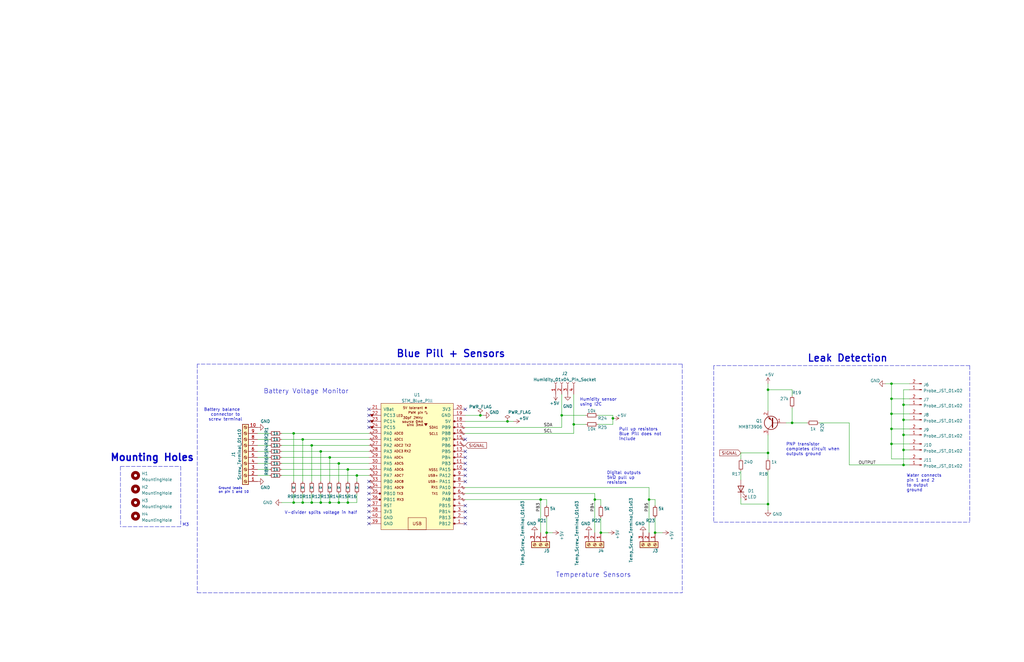
<source format=kicad_sch>
(kicad_sch (version 20211123) (generator eeschema)
  (paper "B")
  (title_block (title "Blue Pill Sensor Board") (date "2022-11-23") (rev "1") (company "AVBotz") (comment 1 "Designed By: Sean Kadkhodayan"))
  (lib_symbols
    (symbol "BluePillPartLike:YAAJ_BluePill_Part_Like" (pin_names (offset 1.016))
      (property "Reference" "U" (at -12.7 25.4 0))
      (property "Value" "YAAJ_BluePill_Part_Like" (at 0 2.54 90))
      (symbol "YAAJ_BluePill_Part_Like_0_0"
        (circle (center -15.748 -20.32) (radius 0.3556) (fill (type outline)))
        (circle (center -15.748 -17.78) (radius 0.3556) (fill (type outline)))
        (circle (center -15.748 -15.24) (radius 0.3556) (fill (type outline)))
        (circle (center -15.748 -12.7) (radius 0.3556) (fill (type outline)))
        (circle (center -15.748 -10.16) (radius 0.3556) (fill (type outline)))
        (circle (center -15.748 -7.62) (radius 0.3556) (fill (type outline)))
        (circle (center -15.748 -5.08) (radius 0.3556) (fill (type outline)))
        (circle (center -15.748 -2.54) (radius 0.3556) (fill (type outline)))
        (circle (center -15.748 0) (radius 0.3556) (fill (type outline)))
        (circle (center -15.748 2.54) (radius 0.3556) (fill (type outline)))
        (circle (center -15.748 5.08) (radius 0.3556) (fill (type outline)))
        (circle (center -15.748 7.62) (radius 0.3556) (fill (type outline)))
        (circle (center -15.748 10.16) (radius 0.3556) (fill (type outline)))
        (circle (center -15.748 12.7) (radius 0.3556) (fill (type outline)))
        (circle (center -15.748 15.24) (radius 0.3556) (fill (type outline)))
        (circle (center -15.748 17.78) (radius 0.3556) (fill (type outline)))
        (circle (center -15.748 22.86) (radius 0.3556) (fill (type outline)))
        (circle (center -3.683 -26.035) (radius 0.127) (fill (type outline)))
        (circle (center -3.683 -26.035) (radius 0.254))
        (circle (center -3.683 -26.035) (radius 0.3556))
        (polyline (pts (xy -4.318 -19.431) (xy -3.683 -18.415) (xy -3.048 -19.431) (xy -4.318 -19.431) (xy -3.683 -18.542) (xy -3.175 -19.431) (xy -4.191 -19.304) (xy -3.683 -18.669) (xy -3.302 -19.431) (xy -4.064 -19.177) (xy -3.556 -18.796) (xy -3.429 -19.431) (xy -3.937 -19.05) (xy -3.429 -18.923) (xy -3.556 -19.304) (xy -3.81 -19.05) (xy -3.556 -19.177) (xy -3.683 -18.923)))
        (polyline (pts (xy 18.415 -23.241) (xy 19.05 -22.225) (xy 19.685 -23.241) (xy 18.415 -23.241) (xy 19.05 -22.352) (xy 19.558 -23.241) (xy 18.542 -23.114) (xy 19.05 -22.479) (xy 19.431 -23.241) (xy 18.669 -22.987) (xy 19.177 -22.606) (xy 19.304 -23.241) (xy 18.796 -22.86) (xy 19.304 -22.733) (xy 19.177 -23.114) (xy 18.923 -22.86) (xy 19.177 -22.987) (xy 19.05 -22.733)))
        (polyline (pts (xy 18.415 -20.701) (xy 19.05 -19.685) (xy 19.685 -20.701) (xy 18.415 -20.701) (xy 19.05 -19.812) (xy 19.558 -20.701) (xy 18.542 -20.574) (xy 19.05 -19.939) (xy 19.431 -20.701) (xy 18.669 -20.447) (xy 19.177 -20.066) (xy 19.304 -20.701) (xy 18.796 -20.32) (xy 19.304 -20.193) (xy 19.177 -20.574) (xy 18.923 -20.32) (xy 19.177 -20.447) (xy 19.05 -20.193)))
        (polyline (pts (xy 18.415 -18.161) (xy 19.05 -17.145) (xy 19.685 -18.161) (xy 18.415 -18.161) (xy 19.05 -17.272) (xy 19.558 -18.161) (xy 18.542 -18.034) (xy 19.05 -17.399) (xy 19.431 -18.161) (xy 18.669 -17.907) (xy 19.177 -17.526) (xy 19.304 -18.161) (xy 18.796 -17.78) (xy 19.304 -17.653) (xy 19.177 -18.034) (xy 18.923 -17.78) (xy 19.177 -17.907) (xy 19.05 -17.653)))
        (circle (center 15.748 10.16) (radius 0.254) (fill (type outline)))
        (circle (center 15.748 10.16) (radius 0.3556))
        (circle (center 15.748 12.7) (radius 0.254) (fill (type outline)))
        (circle (center 15.748 12.7) (radius 0.3556))
        (text "30pF 2MHz" (at 1.778 -21.844 0) (effects (font (size 0.9906 0.9906))))
        (text "5V tolerant" (at 1.778 -26.035 0) (effects (font (size 0.9906 0.9906))))
        (text "ADC0" (at 7.747 -15.24 0) (effects (font (size 0.9906 0.9906))))
        (text "ADC1" (at 7.747 -12.7 0) (effects (font (size 0.9906 0.9906))))
        (text "ADC2" (at 7.747 -10.16 0) (effects (font (size 0.9906 0.9906))))
        (text "ADC3" (at 7.747 -7.747 0) (effects (font (size 0.9906 0.9906))))
        (text "ADC4" (at 7.747 -5.08 0) (effects (font (size 0.9906 0.9906))))
        (text "ADC5" (at 7.62 -2.54 0) (effects (font (size 0.9906 0.9906))))
        (text "ADC6" (at 7.62 0 0) (effects (font (size 0.9906 0.9906))))
        (text "ADC7" (at 7.62 2.54 0) (effects (font (size 0.9906 0.9906))))
        (text "ADC8" (at 7.62 5.08 0) (effects (font (size 0.9906 0.9906))))
        (text "ADC9" (at 7.62 7.62 0) (effects (font (size 0.9906 0.9906))))
        (text "LED" (at 7.366 -22.733 0) (effects (font (size 0.9906 0.9906))))
        (text "NSS1" (at -6.858 0.127 0) (effects (font (size 0.9906 0.9906))))
        (text "PWM pin" (at 0.635 -24.003 0) (effects (font (size 0.9906 0.9906))))
        (text "RX1" (at -7.366 7.493 0) (effects (font (size 0.9906 0.9906))))
        (text "RX2" (at 4.064 -7.747 0) (effects (font (size 0.9906 0.9906))))
        (text "RX3" (at 7.112 12.7 0) (effects (font (size 0.9906 0.9906))))
        (text "SCL1" (at -6.985 -15.113 0) (effects (font (size 0.9906 0.9906))))
        (text "SDA1" (at -6.985 -17.78 0) (effects (font (size 0.9906 0.9906))))
        (text "sink 3mA" (at 0.889 -18.796 0) (effects (font (size 0.9906 0.9906))))
        (text "source 0mA" (at 1.905 -20.193 0) (effects (font (size 0.9906 0.9906))))
        (text "TX1" (at -7.493 10.16 0) (effects (font (size 0.9906 0.9906))))
        (text "TX2" (at 3.937 -10.16 0) (effects (font (size 0.9906 0.9906))))
        (text "TX3" (at 7.239 10.16 0) (effects (font (size 0.9906 0.9906))))
        (text "USB" (at 0 22.86 0) (effects (font (size 1.27 1.27))))
        (text "USB+" (at -6.731 2.54 0) (effects (font (size 0.9906 0.9906))))
        (text "USB-" (at -6.731 5.08 0) (effects (font (size 0.9906 0.9906))))
      )
      (symbol "YAAJ_BluePill_Part_Like_0_1"
        (rectangle (start -15.24 25.4) (end 15.24 -27.94) (fill (type background)))
        (polyline (pts (xy -18.796 -17.78) (xy -18.796 -18.288) (xy -19.304 -18.288) (xy -19.304 -17.272) (xy -19.812 -17.272) (xy -19.812 -17.78)))
        (polyline (pts (xy -18.796 -15.24) (xy -18.796 -15.748) (xy -19.304 -15.748) (xy -19.304 -14.732) (xy -19.812 -14.732) (xy -19.812 -15.24)))
        (polyline (pts (xy -18.796 -12.7) (xy -18.796 -13.208) (xy -19.304 -13.208) (xy -19.304 -12.192) (xy -19.812 -12.192) (xy -19.812 -12.7)))
        (polyline (pts (xy -18.796 -10.16) (xy -18.796 -10.668) (xy -19.304 -10.668) (xy -19.304 -9.652) (xy -19.812 -9.652) (xy -19.812 -10.16)))
        (polyline (pts (xy -18.796 7.62) (xy -18.796 7.112) (xy -19.304 7.112) (xy -19.304 8.128) (xy -19.812 8.128) (xy -19.812 7.62)))
        (polyline (pts (xy -18.796 10.16) (xy -18.796 9.652) (xy -19.304 9.652) (xy -19.304 10.668) (xy -19.812 10.668) (xy -19.812 10.16)))
        (polyline (pts (xy -18.796 12.7) (xy -18.796 12.192) (xy -19.304 12.192) (xy -19.304 13.208) (xy -19.812 13.208) (xy -19.812 12.7)))
        (polyline (pts (xy -3.302 -24.003) (xy -3.302 -24.511) (xy -3.81 -24.511) (xy -3.81 -23.495) (xy -4.318 -23.495) (xy -4.318 -24.003)))
        (polyline (pts (xy 19.812 -15.24) (xy 19.812 -15.748) (xy 19.304 -15.748) (xy 19.304 -14.732) (xy 18.796 -14.732) (xy 18.796 -15.24)))
        (polyline (pts (xy 19.812 -12.7) (xy 19.812 -13.208) (xy 19.304 -13.208) (xy 19.304 -12.192) (xy 18.796 -12.192) (xy 18.796 -12.7)))
        (polyline (pts (xy 19.812 -10.16) (xy 19.812 -10.668) (xy 19.304 -10.668) (xy 19.304 -9.652) (xy 18.796 -9.652) (xy 18.796 -10.16)))
        (polyline (pts (xy 19.812 -7.62) (xy 19.812 -8.128) (xy 19.304 -8.128) (xy 19.304 -7.112) (xy 18.796 -7.112) (xy 18.796 -7.62)))
        (polyline (pts (xy 19.812 0) (xy 19.812 -0.508) (xy 19.304 -0.508) (xy 19.304 0.508) (xy 18.796 0.508) (xy 18.796 0)))
        (polyline (pts (xy 19.812 2.54) (xy 19.812 2.032) (xy 19.304 2.032) (xy 19.304 3.048) (xy 18.796 3.048) (xy 18.796 2.54)))
        (polyline (pts (xy 19.812 5.08) (xy 19.812 4.572) (xy 19.304 4.572) (xy 19.304 5.588) (xy 18.796 5.588) (xy 18.796 5.08)))
        (polyline (pts (xy 19.812 7.62) (xy 19.812 7.112) (xy 19.304 7.112) (xy 19.304 8.128) (xy 18.796 8.128) (xy 18.796 7.62)))
        (rectangle (start 3.81 25.4) (end -3.81 20.32))
      )
      (symbol "YAAJ_BluePill_Part_Like_1_1"
        (circle (center -15.748 20.32) (radius 0.3556) (fill (type outline)))
        (pin bidirectional line (at -20.32 22.86 0) (length 5.08) (name "PB12") (number "1"))
        (pin bidirectional line (at -20.32 0 0) (length 5.08) (name "PA15") (number "10"))
        (pin bidirectional line (at -20.32 -2.54 0) (length 5.08) (name "PB3") (number "11"))
        (pin bidirectional line (at -20.32 -5.08 0) (length 5.08) (name "PB4") (number "12"))
        (pin bidirectional line (at -20.32 -7.62 0) (length 5.08) (name "PB5") (number "13"))
        (pin bidirectional line (at -20.32 -10.16 0) (length 5.08) (name "PB6") (number "14"))
        (pin bidirectional line (at -20.32 -12.7 0) (length 5.08) (name "PB7") (number "15"))
        (pin bidirectional line (at -20.32 -15.24 0) (length 5.08) (name "PB8") (number "16"))
        (pin bidirectional line (at -20.32 -17.78 0) (length 5.08) (name "PB9") (number "17"))
        (pin power_in line (at -20.32 -20.32 0) (length 5.08) (name "5V") (number "18"))
        (pin power_in line (at -20.32 -22.86 0) (length 5.08) (name "GND") (number "19"))
        (pin bidirectional line (at -20.32 20.32 0) (length 5.08) (name "PB13") (number "2"))
        (pin power_in line (at -20.32 -25.4 0) (length 5.08) (name "3V3") (number "20"))
        (pin power_in line (at 20.32 -25.4 180) (length 5.08) (name "VBat") (number "21"))
        (pin bidirectional line (at 20.32 -22.86 180) (length 5.08) (name "PC13") (number "22"))
        (pin bidirectional line (at 20.32 -20.32 180) (length 5.08) (name "PC14") (number "23"))
        (pin bidirectional line (at 20.32 -17.78 180) (length 5.08) (name "PC15") (number "24"))
        (pin bidirectional line (at 20.32 -15.24 180) (length 5.08) (name "PA0") (number "25"))
        (pin bidirectional line (at 20.32 -12.7 180) (length 5.08) (name "PA1") (number "26"))
        (pin bidirectional line (at 20.32 -10.16 180) (length 5.08) (name "PA2") (number "27"))
        (pin bidirectional line (at 20.32 -7.62 180) (length 5.08) (name "PA3") (number "28"))
        (pin bidirectional line (at 20.32 -5.08 180) (length 5.08) (name "PA4") (number "29"))
        (pin bidirectional line (at -20.32 17.78 0) (length 5.08) (name "PB14") (number "3"))
        (pin bidirectional line (at 20.32 -2.54 180) (length 5.08) (name "PA5") (number "30"))
        (pin bidirectional line (at 20.32 0 180) (length 5.08) (name "PA6") (number "31"))
        (pin bidirectional line (at 20.32 2.54 180) (length 5.08) (name "PA7") (number "32"))
        (pin bidirectional line (at 20.32 5.08 180) (length 5.08) (name "PB0") (number "33"))
        (pin bidirectional line (at 20.32 7.62 180) (length 5.08) (name "PB1") (number "34"))
        (pin bidirectional line (at 20.32 10.16 180) (length 5.08) (name "PB10") (number "35"))
        (pin bidirectional line (at 20.32 12.7 180) (length 5.08) (name "PB11") (number "36"))
        (pin input line (at 20.32 15.24 180) (length 5.08) (name "RST") (number "37"))
        (pin power_in line (at 20.32 17.78 180) (length 5.08) (name "3V3") (number "38"))
        (pin power_in line (at 20.32 22.86 180) (length 5.08) (name "GND") (number "39"))
        (pin bidirectional line (at -20.32 15.24 0) (length 5.08) (name "PB15") (number "4"))
        (pin power_in line (at 20.32 20.32 180) (length 5.08) (name "GND") (number "40"))
        (pin bidirectional line (at -20.32 12.7 0) (length 5.08) (name "PA8") (number "5"))
        (pin bidirectional line (at -20.32 10.16 0) (length 5.08) (name "PA9") (number "6"))
        (pin bidirectional line (at -20.32 7.62 0) (length 5.08) (name "PA10") (number "7"))
        (pin bidirectional line (at -20.32 5.08 0) (length 5.08) (name "PA11") (number "8"))
        (pin bidirectional line (at -20.32 2.54 0) (length 5.08) (name "PA12") (number "9"))
      )
    )
    (symbol "Connector:Conn_01x02_Male" (pin_names (offset 1.016) hide)
      (property "Reference" "J" (at 0 2.54 0))
      (property "Value" "Conn_01x02_Male" (at 0 -5.08 0))
      (symbol "Conn_01x02_Male_1_1"
        (polyline (pts (xy 1.27 -2.54) (xy 0.8636 -2.54)) (stroke (width 0.1524)))
        (polyline (pts (xy 1.27 0) (xy 0.8636 0)) (stroke (width 0.1524)))
        (rectangle (start 0.8636 -2.413) (end 0 -2.667) (stroke (width 0.1524)) (fill (type outline)))
        (rectangle (start 0.8636 0.127) (end 0 -0.127) (stroke (width 0.1524)) (fill (type outline)))
        (pin passive line (at 5.08 0 180) (length 3.81) (name "Pin_1") (number "1"))
        (pin passive line (at 5.08 -2.54 180) (length 3.81) (name "Pin_2") (number "2"))
      )
    )
    (symbol "Connector:Conn_01x04_Female" (pin_names (offset 1.016) hide)
      (property "Reference" "J" (at 0 5.08 0))
      (property "Value" "Conn_01x04_Female" (at 0 -7.62 0))
      (symbol "Conn_01x04_Female_1_1"
        (arc (start 0 -4.572) (mid -0.508 -5.08) (end 0 -5.588) (stroke (width 0.1524)))
        (arc (start 0 -2.032) (mid -0.508 -2.54) (end 0 -3.048) (stroke (width 0.1524)))
        (polyline (pts (xy -1.27 -5.08) (xy -0.508 -5.08)) (stroke (width 0.1524)))
        (polyline (pts (xy -1.27 -2.54) (xy -0.508 -2.54)) (stroke (width 0.1524)))
        (polyline (pts (xy -1.27 0) (xy -0.508 0)) (stroke (width 0.1524)))
        (polyline (pts (xy -1.27 2.54) (xy -0.508 2.54)) (stroke (width 0.1524)))
        (arc (start 0 0.508) (mid -0.508 0) (end 0 -0.508) (stroke (width 0.1524)))
        (arc (start 0 3.048) (mid -0.508 2.54) (end 0 2.032) (stroke (width 0.1524)))
        (pin passive line (at -5.08 2.54 0) (length 3.81) (name "Pin_1") (number "1"))
        (pin passive line (at -5.08 0 0) (length 3.81) (name "Pin_2") (number "2"))
        (pin passive line (at -5.08 -2.54 0) (length 3.81) (name "Pin_3") (number "3"))
        (pin passive line (at -5.08 -5.08 0) (length 3.81) (name "Pin_4") (number "4"))
      )
    )
    (symbol "Connector:Screw_Terminal_01x03" (pin_names (offset 1.016) hide)
      (property "Reference" "J" (at 0 5.08 0))
      (property "Value" "Screw_Terminal_01x03" (at 0 -5.08 0))
      (symbol "Screw_Terminal_01x03_1_1"
        (rectangle (start -1.27 3.81) (end 1.27 -3.81) (stroke (width 0.254)) (fill (type background)))
        (circle (center 0 -2.54) (radius 0.635) (stroke (width 0.1524)))
        (polyline (pts (xy -0.5334 -2.2098) (xy 0.3302 -3.048)) (stroke (width 0.1524)))
        (polyline (pts (xy -0.5334 0.3302) (xy 0.3302 -0.508)) (stroke (width 0.1524)))
        (polyline (pts (xy -0.5334 2.8702) (xy 0.3302 2.032)) (stroke (width 0.1524)))
        (polyline (pts (xy -0.3556 -2.032) (xy 0.508 -2.8702)) (stroke (width 0.1524)))
        (polyline (pts (xy -0.3556 0.508) (xy 0.508 -0.3302)) (stroke (width 0.1524)))
        (polyline (pts (xy -0.3556 3.048) (xy 0.508 2.2098)) (stroke (width 0.1524)))
        (circle (center 0 0) (radius 0.635) (stroke (width 0.1524)))
        (circle (center 0 2.54) (radius 0.635) (stroke (width 0.1524)))
        (pin passive line (at -5.08 2.54 0) (length 3.81) (name "Pin_1") (number "1"))
        (pin passive line (at -5.08 0 0) (length 3.81) (name "Pin_2") (number "2"))
        (pin passive line (at -5.08 -2.54 0) (length 3.81) (name "Pin_3") (number "3"))
      )
    )
    (symbol "Connector:Screw_Terminal_01x10" (pin_names (offset 1.016) hide)
      (property "Reference" "J" (at 0 12.7 0))
      (property "Value" "Screw_Terminal_01x10" (at 0 -15.24 0))
      (symbol "Screw_Terminal_01x10_1_1"
        (rectangle (start -1.27 11.43) (end 1.27 -13.97) (stroke (width 0.254)) (fill (type background)))
        (circle (center 0 -12.7) (radius 0.635) (stroke (width 0.1524)))
        (circle (center 0 -10.16) (radius 0.635) (stroke (width 0.1524)))
        (circle (center 0 -7.62) (radius 0.635) (stroke (width 0.1524)))
        (circle (center 0 -5.08) (radius 0.635) (stroke (width 0.1524)))
        (circle (center 0 -2.54) (radius 0.635) (stroke (width 0.1524)))
        (polyline (pts (xy -0.5334 -12.3698) (xy 0.3302 -13.208)) (stroke (width 0.1524)))
        (polyline (pts (xy -0.5334 -9.8298) (xy 0.3302 -10.668)) (stroke (width 0.1524)))
        (polyline (pts (xy -0.5334 -7.2898) (xy 0.3302 -8.128)) (stroke (width 0.1524)))
        (polyline (pts (xy -0.5334 -4.7498) (xy 0.3302 -5.588)) (stroke (width 0.1524)))
        (polyline (pts (xy -0.5334 -2.2098) (xy 0.3302 -3.048)) (stroke (width 0.1524)))
        (polyline (pts (xy -0.5334 0.3302) (xy 0.3302 -0.508)) (stroke (width 0.1524)))
        (polyline (pts (xy -0.5334 2.8702) (xy 0.3302 2.032)) (stroke (width 0.1524)))
        (polyline (pts (xy -0.5334 5.4102) (xy 0.3302 4.572)) (stroke (width 0.1524)))
        (polyline (pts (xy -0.5334 7.9502) (xy 0.3302 7.112)) (stroke (width 0.1524)))
        (polyline (pts (xy -0.5334 10.4902) (xy 0.3302 9.652)) (stroke (width 0.1524)))
        (polyline (pts (xy -0.3556 -12.192) (xy 0.508 -13.0302)) (stroke (width 0.1524)))
        (polyline (pts (xy -0.3556 -9.652) (xy 0.508 -10.4902)) (stroke (width 0.1524)))
        (polyline (pts (xy -0.3556 -7.112) (xy 0.508 -7.9502)) (stroke (width 0.1524)))
        (polyline (pts (xy -0.3556 -4.572) (xy 0.508 -5.4102)) (stroke (width 0.1524)))
        (polyline (pts (xy -0.3556 -2.032) (xy 0.508 -2.8702)) (stroke (width 0.1524)))
        (polyline (pts (xy -0.3556 0.508) (xy 0.508 -0.3302)) (stroke (width 0.1524)))
        (polyline (pts (xy -0.3556 3.048) (xy 0.508 2.2098)) (stroke (width 0.1524)))
        (polyline (pts (xy -0.3556 5.588) (xy 0.508 4.7498)) (stroke (width 0.1524)))
        (polyline (pts (xy -0.3556 8.128) (xy 0.508 7.2898)) (stroke (width 0.1524)))
        (polyline (pts (xy -0.3556 10.668) (xy 0.508 9.8298)) (stroke (width 0.1524)))
        (circle (center 0 0) (radius 0.635) (stroke (width 0.1524)))
        (circle (center 0 2.54) (radius 0.635) (stroke (width 0.1524)))
        (circle (center 0 5.08) (radius 0.635) (stroke (width 0.1524)))
        (circle (center 0 7.62) (radius 0.635) (stroke (width 0.1524)))
        (circle (center 0 10.16) (radius 0.635) (stroke (width 0.1524)))
        (pin passive line (at -5.08 10.16 0) (length 3.81) (name "Pin_1") (number "1"))
        (pin passive line (at -5.08 -12.7 0) (length 3.81) (name "Pin_10") (number "10"))
        (pin passive line (at -5.08 7.62 0) (length 3.81) (name "Pin_2") (number "2"))
        (pin passive line (at -5.08 5.08 0) (length 3.81) (name "Pin_3") (number "3"))
        (pin passive line (at -5.08 2.54 0) (length 3.81) (name "Pin_4") (number "4"))
        (pin passive line (at -5.08 0 0) (length 3.81) (name "Pin_5") (number "5"))
        (pin passive line (at -5.08 -2.54 0) (length 3.81) (name "Pin_6") (number "6"))
        (pin passive line (at -5.08 -5.08 0) (length 3.81) (name "Pin_7") (number "7"))
        (pin passive line (at -5.08 -7.62 0) (length 3.81) (name "Pin_8") (number "8"))
        (pin passive line (at -5.08 -10.16 0) (length 3.81) (name "Pin_9") (number "9"))
      )
    )
    (symbol "Device:LED" (pin_numbers hide) (pin_names (offset 1.016) hide)
      (property "Reference" "D" (at 0 2.54 0))
      (property "Value" "LED" (at 0 -2.54 0))
      (symbol "LED_0_1"
        (polyline (pts (xy -1.27 -1.27) (xy -1.27 1.27)) (stroke (width 0.254)))
        (polyline (pts (xy -1.27 0) (xy 1.27 0)))
        (polyline (pts (xy 1.27 -1.27) (xy 1.27 1.27) (xy -1.27 0) (xy 1.27 -1.27)) (stroke (width 0.254)))
        (polyline (pts (xy -3.048 -0.762) (xy -4.572 -2.286) (xy -3.81 -2.286) (xy -4.572 -2.286) (xy -4.572 -1.524)))
        (polyline (pts (xy -1.778 -0.762) (xy -3.302 -2.286) (xy -2.54 -2.286) (xy -3.302 -2.286) (xy -3.302 -1.524)))
      )
      (symbol "LED_1_1"
        (pin passive line (at -3.81 0 0) (length 2.54) (name "K") (number "1"))
        (pin passive line (at 3.81 0 180) (length 2.54) (name "A") (number "2"))
      )
    )
    (symbol "Device:R_Small" (pin_numbers hide) (pin_names (offset 0.254) hide)
      (property "Reference" "R" (at 0.762 0.508 0))
      (property "Value" "R_Small" (at 0.762 -1.016 0))
      (symbol "R_Small_0_1"
        (rectangle (start -0.762 1.778) (end 0.762 -1.778) (stroke (width 0.2032)))
      )
      (symbol "R_Small_1_1"
        (pin passive line (at 0 2.54 270) (length 0.762) (name "~") (number "1"))
        (pin passive line (at 0 -2.54 90) (length 0.762) (name "~") (number "2"))
      )
    )
    (symbol "Mechanical:MountingHole" (pin_names (offset 1.016))
      (property "Reference" "H" (at 0 5.08 0))
      (property "Value" "MountingHole" (at 0 3.175 0))
      (symbol "MountingHole_0_1"
        (circle (center 0 0) (radius 1.27) (stroke (width 1.27)))
      )
    )
    (symbol "Transistor_BJT:MMBT3906" (pin_names (offset 0) hide)
      (property "Reference" "Q" (at 5.08 1.905 0))
      (property "Value" "MMBT3906" (at 5.08 0 0))
      (symbol "MMBT3906_0_1"
        (polyline (pts (xy 0.635 0.635) (xy 2.54 2.54)))
        (polyline (pts (xy 0.635 -0.635) (xy 2.54 -2.54) (xy 2.54 -2.54)))
        (polyline (pts (xy 0.635 1.905) (xy 0.635 -1.905) (xy 0.635 -1.905)) (stroke (width 0.508)))
        (polyline (pts (xy 2.286 -1.778) (xy 1.778 -2.286) (xy 1.27 -1.27) (xy 2.286 -1.778) (xy 2.286 -1.778)) (fill (type outline)))
        (circle (center 1.27 0) (radius 2.8194) (stroke (width 0.254)))
      )
      (symbol "MMBT3906_1_1"
        (pin input line (at -5.08 0 0) (length 5.715) (name "B") (number "1"))
        (pin passive line (at 2.54 -5.08 90) (length 2.54) (name "E") (number "2"))
        (pin passive line (at 2.54 5.08 270) (length 2.54) (name "C") (number "3"))
      )
    )
    (symbol "power:+5V" (power) (pin_names (offset 0))
      (property "Value" "+5V" (at 0 3.556 0))
      (symbol "+5V_0_1"
        (polyline (pts (xy -0.762 1.27) (xy 0 2.54)))
        (polyline (pts (xy 0 0) (xy 0 2.54)))
        (polyline (pts (xy 0 2.54) (xy 0.762 1.27)))
      )
      (symbol "+5V_1_1"
        (pin power_in line (at 0 0 90) (length 0) hide (name "+5V") (number "1"))
      )
    )
    (symbol "power:GND" (power) (pin_names (offset 0))
      (property "Value" "GND" (at 0 -3.81 0))
      (symbol "GND_0_1"
        (polyline (pts (xy 0 0) (xy 0 -1.27) (xy 1.27 -1.27) (xy 0 -2.54) (xy -1.27 -1.27) (xy 0 -1.27)))
      )
      (symbol "GND_1_1"
        (pin power_in line (at 0 0 270) (length 0) hide (name "GND") (number "1"))
      )
    )
    (symbol "power:PWR_FLAG" (power) (pin_numbers hide) (pin_names (offset 0) hide)
      (property "Value" "PWR_FLAG" (at 0 3.81 0))
      (symbol "PWR_FLAG_0_0"
        (pin power_out line (at 0 0 90) (length 0) (name "pwr") (number "1"))
      )
      (symbol "PWR_FLAG_0_1"
        (polyline (pts (xy 0 0) (xy 0 1.27) (xy -1.016 1.905) (xy 0 2.54) (xy 1.016 1.905) (xy 0 1.27)))
      )
    )
  )
  (junction (at 142.875 212.09))
  (junction (at 323.85 212.725))
  (junction (at 381 196.215))
  (junction (at 375.92 161.925))
  (junction (at 142.875 195.58))
  (junction (at 258.445 176.53))
  (junction (at 381 189.865))
  (junction (at 250.825 210.82))
  (junction (at 381 170.815))
  (junction (at 131.445 212.09))
  (junction (at 241.935 179.07))
  (junction (at 127.635 185.42))
  (junction (at 131.445 187.96))
  (junction (at 276.225 224.79))
  (junction (at 375.92 187.325))
  (junction (at 150.495 200.66))
  (junction (at 334.01 178.435))
  (junction (at 139.065 193.04))
  (junction (at 375.92 174.625))
  (junction (at 123.825 212.09))
  (junction (at 375.92 180.975))
  (junction (at 273.685 210.82))
  (junction (at 139.065 212.09))
  (junction (at 323.85 191.135))
  (junction (at 202.565 175.26))
  (junction (at 213.995 177.8))
  (junction (at 146.685 198.12))
  (junction (at 127.635 212.09))
  (junction (at 236.855 175.26))
  (junction (at 123.825 182.88))
  (junction (at 230.505 224.79))
  (junction (at 323.85 164.465))
  (junction (at 381 177.165))
  (junction (at 375.92 168.275))
  (junction (at 146.685 212.09))
  (junction (at 253.365 224.79))
  (junction (at 135.255 190.5))
  (junction (at 227.965 210.82))
  (junction (at 381 183.515))
  (junction (at 135.255 212.09))
  (no_connect (at 196.215 195.58))
  (no_connect (at 196.215 203.2))
  (no_connect (at 196.215 200.66))
  (no_connect (at 196.215 198.12))
  (no_connect (at 196.215 190.5))
  (no_connect (at 196.215 185.42))
  (no_connect (at 196.215 172.72))
  (no_connect (at 155.575 175.26))
  (no_connect (at 155.575 180.34))
  (no_connect (at 155.575 177.8))
  (no_connect (at 155.575 172.72))
  (no_connect (at 196.215 215.9))
  (no_connect (at 196.215 218.44))
  (no_connect (at 196.215 220.98))
  (no_connect (at 196.215 213.36))
  (no_connect (at 155.575 203.2))
  (no_connect (at 155.575 208.28))
  (no_connect (at 155.575 205.74))
  (no_connect (at 155.575 210.82))
  (no_connect (at 155.575 220.98))
  (no_connect (at 155.575 215.9))
  (no_connect (at 155.575 218.44))
  (no_connect (at 155.575 213.36))
  (no_connect (at 196.215 193.04))
  (wire (pts (xy 196.215 208.28) (xy 250.825 208.28)))
  (wire (pts (xy 142.875 212.09) (xy 146.685 212.09)))
  (wire (pts (xy 253.365 213.36) (xy 253.365 210.82)))
  (wire (pts (xy 331.47 178.435) (xy 334.01 178.435)))
  (wire (pts (xy 258.445 179.07) (xy 252.095 179.07)))
  (wire (pts (xy 383.54 177.165) (xy 381 177.165)))
  (wire (pts (xy 236.855 175.26) (xy 236.855 180.34)))
  (wire (pts (xy 381 164.465) (xy 381 170.815)))
  (wire (pts (xy 241.935 179.07) (xy 241.935 182.88)))
  (wire (pts (xy 241.935 179.07) (xy 247.015 179.07)))
  (wire (pts (xy 323.85 161.925) (xy 323.85 164.465)))
  (wire (pts (xy 375.92 187.325) (xy 383.54 187.325)))
  (wire (pts (xy 123.825 208.28) (xy 123.825 212.09)))
  (wire (pts (xy 146.685 212.09) (xy 150.495 212.09)))
  (wire (pts (xy 230.505 213.36) (xy 230.505 210.82)))
  (wire (pts (xy 375.92 174.625) (xy 383.54 174.625)))
  (wire (pts (xy 273.685 210.82) (xy 276.225 210.82)))
  (wire (pts (xy 312.42 212.725) (xy 323.85 212.725)))
  (wire (pts (xy 118.745 193.04) (xy 139.065 193.04)))
  (wire (pts (xy 253.365 218.44) (xy 253.365 224.79)))
  (wire (pts (xy 323.85 198.755) (xy 323.85 212.725)))
  (wire (pts (xy 375.92 187.325) (xy 375.92 193.675)))
  (wire (pts (xy 230.505 218.44) (xy 230.505 224.79)))
  (wire (pts (xy 123.825 212.09) (xy 127.635 212.09)))
  (wire (pts (xy 139.065 193.04) (xy 155.575 193.04)))
  (wire (pts (xy 381 189.865) (xy 381 196.215)))
  (wire (pts (xy 312.42 198.755) (xy 312.42 202.565)))
  (wire (pts (xy 381 170.815) (xy 381 177.165)))
  (wire (pts (xy 323.85 164.465) (xy 323.85 173.355)))
  (wire (pts (xy 279.4 224.79) (xy 276.225 224.79)))
  (wire (pts (xy 108.585 182.88) (xy 113.665 182.88)))
  (wire (pts (xy 227.965 210.82) (xy 230.505 210.82)))
  (wire (pts (xy 241.935 166.37) (xy 241.935 179.07)))
  (wire (pts (xy 381 196.215) (xy 383.54 196.215)))
  (wire (pts (xy 312.42 210.185) (xy 312.42 212.725)))
  (polyline (pts (xy 408.94 154.305) (xy 300.99 154.305)))
  (wire (pts (xy 127.635 185.42) (xy 155.575 185.42)))
  (wire (pts (xy 383.54 183.515) (xy 381 183.515)))
  (wire (pts (xy 142.875 195.58) (xy 142.875 203.2)))
  (wire (pts (xy 142.875 208.28) (xy 142.875 212.09)))
  (wire (pts (xy 334.01 164.465) (xy 323.85 164.465)))
  (wire (pts (xy 345.44 178.435) (xy 358.14 178.435)))
  (wire (pts (xy 375.92 168.275) (xy 375.92 174.625)))
  (wire (pts (xy 108.585 190.5) (xy 113.665 190.5)))
  (wire (pts (xy 196.215 182.88) (xy 241.935 182.88)))
  (wire (pts (xy 358.14 196.215) (xy 358.14 178.435)))
  (polyline (pts (xy 76.2 222.25) (xy 50.8 222.25)))
  (wire (pts (xy 146.685 198.12) (xy 155.575 198.12)))
  (wire (pts (xy 108.585 200.66) (xy 113.665 200.66)))
  (wire (pts (xy 139.065 193.04) (xy 139.065 203.2)))
  (wire (pts (xy 118.745 182.88) (xy 123.825 182.88)))
  (wire (pts (xy 196.215 180.34) (xy 236.855 180.34)))
  (wire (pts (xy 131.445 187.96) (xy 131.445 203.2)))
  (wire (pts (xy 312.42 193.675) (xy 312.42 191.135)))
  (wire (pts (xy 213.995 177.8) (xy 216.535 177.8)))
  (wire (pts (xy 247.015 175.26) (xy 236.855 175.26)))
  (wire (pts (xy 236.855 166.37) (xy 236.855 175.26)))
  (wire (pts (xy 256.54 224.79) (xy 253.365 224.79)))
  (wire (pts (xy 273.685 224.79) (xy 273.685 210.82)))
  (polyline (pts (xy 83.185 250.19) (xy 287.655 250.19)))
  (wire (pts (xy 250.825 224.79) (xy 250.825 210.82)))
  (wire (pts (xy 375.92 193.675) (xy 383.54 193.675)))
  (wire (pts (xy 227.965 224.79) (xy 227.965 210.82)))
  (wire (pts (xy 142.875 195.58) (xy 155.575 195.58)))
  (wire (pts (xy 233.045 224.79) (xy 230.505 224.79)))
  (wire (pts (xy 108.585 198.12) (xy 113.665 198.12)))
  (wire (pts (xy 383.54 189.865) (xy 381 189.865)))
  (wire (pts (xy 196.215 177.8) (xy 213.995 177.8)))
  (wire (pts (xy 118.745 185.42) (xy 127.635 185.42)))
  (wire (pts (xy 150.495 208.28) (xy 150.495 212.09)))
  (wire (pts (xy 131.445 208.28) (xy 131.445 212.09)))
  (wire (pts (xy 135.255 190.5) (xy 155.575 190.5)))
  (wire (pts (xy 196.215 210.82) (xy 227.965 210.82)))
  (wire (pts (xy 323.85 183.515) (xy 323.85 191.135)))
  (polyline (pts (xy 300.99 154.305) (xy 300.99 220.345)))
  (wire (pts (xy 150.495 200.66) (xy 150.495 203.2)))
  (wire (pts (xy 381 183.515) (xy 381 189.865)))
  (wire (pts (xy 146.685 198.12) (xy 146.685 203.2)))
  (wire (pts (xy 108.585 195.58) (xy 113.665 195.58)))
  (wire (pts (xy 127.635 212.09) (xy 131.445 212.09)))
  (wire (pts (xy 118.745 190.5) (xy 135.255 190.5)))
  (wire (pts (xy 276.225 218.44) (xy 276.225 224.79)))
  (wire (pts (xy 118.745 198.12) (xy 146.685 198.12)))
  (wire (pts (xy 196.215 205.74) (xy 273.685 205.74)))
  (wire (pts (xy 258.445 176.53) (xy 258.445 175.26)))
  (polyline (pts (xy 50.8 196.85) (xy 50.8 222.25)))
  (wire (pts (xy 108.585 187.96) (xy 113.665 187.96)))
  (wire (pts (xy 375.92 161.925) (xy 375.92 168.275)))
  (wire (pts (xy 135.255 208.28) (xy 135.255 212.09)))
  (wire (pts (xy 375.92 180.975) (xy 383.54 180.975)))
  (wire (pts (xy 250.825 208.28) (xy 250.825 210.82)))
  (wire (pts (xy 202.565 175.26) (xy 196.215 175.26)))
  (wire (pts (xy 108.585 193.04) (xy 113.665 193.04)))
  (polyline (pts (xy 287.655 153.67) (xy 83.185 153.67)))
  (wire (pts (xy 135.255 190.5) (xy 135.255 203.2)))
  (wire (pts (xy 150.495 200.66) (xy 155.575 200.66)))
  (polyline (pts (xy 50.8 196.85) (xy 76.2 196.85)))
  (wire (pts (xy 258.445 176.53) (xy 258.445 179.07)))
  (wire (pts (xy 381 177.165) (xy 381 183.515)))
  (wire (pts (xy 127.635 208.28) (xy 127.635 212.09)))
  (wire (pts (xy 131.445 212.09) (xy 135.255 212.09)))
  (wire (pts (xy 203.835 175.26) (xy 202.565 175.26)))
  (wire (pts (xy 139.065 208.28) (xy 139.065 212.09)))
  (wire (pts (xy 127.635 185.42) (xy 127.635 203.2)))
  (wire (pts (xy 258.445 175.26) (xy 252.095 175.26)))
  (wire (pts (xy 334.01 167.005) (xy 334.01 164.465)))
  (wire (pts (xy 118.745 200.66) (xy 150.495 200.66)))
  (wire (pts (xy 118.745 195.58) (xy 142.875 195.58)))
  (wire (pts (xy 323.85 193.675) (xy 323.85 191.135)))
  (polyline (pts (xy 408.94 154.305) (xy 408.94 220.345)))
  (wire (pts (xy 375.92 174.625) (xy 375.92 180.975)))
  (wire (pts (xy 383.54 164.465) (xy 381 164.465)))
  (wire (pts (xy 358.14 196.215) (xy 381 196.215)))
  (wire (pts (xy 323.85 212.725) (xy 323.85 215.265)))
  (wire (pts (xy 273.685 205.74) (xy 273.685 210.82)))
  (wire (pts (xy 334.01 172.085) (xy 334.01 178.435)))
  (polyline (pts (xy 76.2 196.85) (xy 76.2 222.25)))
  (wire (pts (xy 146.685 208.28) (xy 146.685 212.09)))
  (wire (pts (xy 118.745 212.09) (xy 123.825 212.09)))
  (wire (pts (xy 123.825 182.88) (xy 123.825 203.2)))
  (polyline (pts (xy 300.99 220.345) (xy 408.94 220.345)))
  (wire (pts (xy 142.875 212.09) (xy 139.065 212.09)))
  (wire (pts (xy 373.38 161.925) (xy 375.92 161.925)))
  (wire (pts (xy 253.365 210.82) (xy 250.825 210.82)))
  (wire (pts (xy 108.585 185.42) (xy 113.665 185.42)))
  (wire (pts (xy 383.54 170.815) (xy 381 170.815)))
  (wire (pts (xy 135.255 212.09) (xy 139.065 212.09)))
  (polyline (pts (xy 83.185 153.67) (xy 83.185 250.19)))
  (wire (pts (xy 276.225 213.36) (xy 276.225 210.82)))
  (wire (pts (xy 118.745 187.96) (xy 131.445 187.96)))
  (wire (pts (xy 123.825 182.88) (xy 155.575 182.88)))
  (wire (pts (xy 131.445 187.96) (xy 155.575 187.96)))
  (polyline (pts (xy 287.655 153.67) (xy 287.655 250.19)))
  (wire (pts (xy 312.42 191.135) (xy 323.85 191.135)))
  (wire (pts (xy 334.01 178.435) (xy 340.36 178.435)))
  (wire (pts (xy 375.92 168.275) (xy 383.54 168.275)))
  (wire (pts (xy 375.92 180.975) (xy 375.92 187.325)))
  (wire (pts (xy 383.54 161.925) (xy 375.92 161.925)))
  (text "Pull up resistors\nBlue Pill does not\ninclude" (at 260.985 186.055 0) (effects (font (size 1.27 1.27)) (justify left bottom)))
  (text "Mounting Holes" (at 46.355 194.945 0) (effects (font (size 3 3) (thickness 0.6) bold) (justify left bottom)))
  (text "M3" (at 76.835 222.25 0) (effects (font (size 1.27 1.27)) (justify left bottom)))
  (text "Digital outputs\n5kΩ pull up\nresistors" (at 255.905 204.47 0) (effects (font (size 1.27 1.27)) (justify left bottom)))
  (text "Water connects \npin 1 and 2\nto output\nground" (at 382.27 207.645 0) (effects (font (size 1.27 1.27)) (justify left bottom)))
  (text "Humidity sensor\nusing I2C" (at 244.475 171.45 0) (effects (font (size 1.27 1.27)) (justify left bottom)))
  (text "PNP transistor \ncompletes circuit when \noutputs ground" (at 331.47 192.405 0) (effects (font (size 1.27 1.27)) (justify left bottom)))
  (text "Ground leads \non pin 1 and 10" (at 92.075 208.28 0) (effects (font (size 1 1)) (justify left bottom)))
  (text "Battery Voltage Monitor" (at 111.125 166.37 0) (effects (font (size 2 2)) (justify left bottom)))
  (text "V-divider splits voltage in half" (at 120.015 217.17 0) (effects (font (size 1.27 1.27)) (justify left bottom)))
  (text "Battery balance \nconnector to \nscrew terminal" (at 102.235 177.8 180) (effects (font (size 1.27 1.27)) (justify right bottom)))
  (text "Leak Detection" (at 340.36 153.035 0) (effects (font (size 3 3) (thickness 0.5) bold) (justify left bottom)))
  (text "Temperature Sensors" (at 234.315 243.84 0) (effects (font (size 2 2)) (justify left bottom)))
  (text "Blue Pill + Sensors\n" (at 167.005 151.13 0) (effects (font (size 3 3) (thickness 0.5) bold) (justify left bottom)))
  (label "PB4" (at 250.825 212.09 270))
  (label "SCL" (at 229.235 182.88 0))
  (label "SDA" (at 229.235 180.34 0))
  (label "PB5" (at 273.685 212.09 270))
  (label "OUTPUT" (at 361.95 196.215 0))
  (label "PB3" (at 227.965 212.09 270))
  (global_label "SIGNAL" (shape input) (at 196.215 187.96 0) (property "Intersheet References" "${INTERSHEET_REFS}" (effects hide)))
  (global_label "SIGNAL" (shape input) (at 312.42 191.135 180) (property "Intersheet References" "${INTERSHEET_REFS}" (effects hide)))
  (symbol (lib_id "Device:LED") (at 312.42 206.375 90) (unit 1)
    (property "Reference" "D1" (at 315.341 207.1278 90) (effects (justify right)))
    (property "Value" "LED" (at 315.341 209.6647 90) (effects (justify right)))
    (property "Footprint" "LED_SMD:LED_0805_2012Metric_Pad1.15x1.40mm_HandSolder" (effects hide))
  )
  (symbol (lib_id "power:+5V") (at 216.535 177.8 270) (unit 1)
    (property "Reference" "#PWR05" (effects hide))
    (property "Value" "+5V" (at 222.885 176.53 90) (effects (justify right)))
  )
  (symbol (lib_id "Connector:Conn_01x02_Male") (at 388.62 177.165 180) (unit 1)
    (property "Reference" "J8" (at 389.3312 175.0603 0) (effects (justify right)))
    (property "Value" "Probe_JST_01x02" (at 389.3312 177.5972 0) (effects (justify right)))
    (property "Footprint" "Connector_JST:JST_GH_BM02B-GHS-TBT_1x02-1MP_P1.25mm_Vertical" (effects hide))
  )
  (symbol (lib_id "Device:R_Small") (at 312.42 196.215 180) (unit 1)
    (property "Reference" "R17" (at 312.42 200.025 0) (effects (justify left)))
    (property "Value" "240" (at 317.5 194.945 0) (effects (justify left)))
    (property "Footprint" "Resistor_SMD:R_0805_2012Metric_Pad1.20x1.40mm_HandSolder" (effects hide))
  )
  (symbol (lib_id "power:GND") (at 271.145 224.79 180) (unit 1)
    (property "Reference" "#PWR09" (effects hide))
    (property "Value" "GND" (at 269.875 220.98 0))
  )
  (symbol (lib_id "power:GND") (at 108.585 180.34 90) (unit 1)
    (property "Reference" "#PWR01" (effects hide))
    (property "Value" "GND" (at 109.855 177.8 90) (effects (justify right)))
  )
  (symbol (lib_id "Connector:Conn_01x02_Male") (at 388.62 164.465 180) (unit 1)
    (property "Reference" "J6" (at 389.3312 162.3603 0) (effects (justify right)))
    (property "Value" "Probe_JST_01x02" (at 389.3312 164.8972 0) (effects (justify right)))
    (property "Footprint" "Connector_JST:JST_GH_BM02B-GHS-TBT_1x02-1MP_P1.25mm_Vertical" (effects hide))
  )
  (symbol (lib_id "Device:R_Small") (at 342.9 178.435 270) (unit 1)
    (property "Reference" "R20" (at 346.71 178.435 0) (effects (justify left)))
    (property "Value" "1k" (at 341.6301 180.975 90) (effects (justify left)))
    (property "Footprint" "Resistor_SMD:R_0805_2012Metric_Pad1.20x1.40mm_HandSolder" (effects hide))
  )
  (symbol (lib_id "Device:R_Small") (at 139.065 205.74 180) (unit 1)
    (property "Reference" "R13" (at 139.065 209.55 0) (effects (justify left)))
    (property "Value" "1k" (at 139.7 205.74 0) (effects (font (size 0.75 0.75)) (justify left)))
    (property "Footprint" "Resistor_SMD:R_0805_2012Metric_Pad1.20x1.40mm_HandSolder" (effects hide))
  )
  (symbol (lib_id "power:GND") (at 225.425 224.79 180) (unit 1)
    (property "Reference" "#PWR015" (effects hide))
    (property "Value" "GND" (at 224.155 220.98 0))
  )
  (symbol (lib_id "Mechanical:MountingHole") (at 57.15 200.66 0) (unit 1)
    (property "Reference" "H1" (at 59.69 199.8253 0) (effects (justify left)))
    (property "Value" "MountingHole" (at 59.69 202.3622 0) (effects (justify left)))
    (property "Footprint" "MountingHole:MountingHole_3.2mm_M3" (effects hide))
  )
  (symbol (lib_id "Device:R_Small") (at 116.205 193.04 90) (unit 1)
    (property "Reference" "R5" (at 112.395 193.04 0) (effects (justify left)))
    (property "Value" "1k" (at 117.475 193.04 90) (effects (justify left)))
    (property "Footprint" "Resistor_SMD:R_0805_2012Metric_Pad1.20x1.40mm_HandSolder" (effects hide))
  )
  (symbol (lib_id "power:GND") (at 248.285 224.79 180) (unit 1)
    (property "Reference" "#PWR013" (effects hide))
    (property "Value" "GND" (at 247.015 220.98 0))
  )
  (symbol (lib_id "Device:R_Small") (at 131.445 205.74 180) (unit 1)
    (property "Reference" "R11" (at 131.445 209.55 0) (effects (justify left)))
    (property "Value" "1k" (at 132.08 205.74 0) (effects (font (size 0.75 0.75)) (justify left)))
    (property "Footprint" "Resistor_SMD:R_0805_2012Metric_Pad1.20x1.40mm_HandSolder" (effects hide))
  )
  (symbol (lib_id "Device:R_Small") (at 127.635 205.74 180) (unit 1)
    (property "Reference" "R10" (at 127.635 209.55 0) (effects (justify left)))
    (property "Value" "1k" (at 128.27 205.74 0) (effects (font (size 0.75 0.75)) (justify left)))
    (property "Footprint" "Resistor_SMD:R_0805_2012Metric_Pad1.20x1.40mm_HandSolder" (effects hide))
  )
  (symbol (lib_id "Device:R_Small") (at 146.685 205.74 180) (unit 1)
    (property "Reference" "R15" (at 146.685 209.55 0) (effects (justify left)))
    (property "Value" "1k" (at 147.32 205.74 0) (effects (font (size 0.75 0.75)) (justify left)))
    (property "Footprint" "Resistor_SMD:R_0805_2012Metric_Pad1.20x1.40mm_HandSolder" (effects hide))
  )
  (symbol (lib_id "power:GND") (at 323.85 215.265 0) (unit 1)
    (property "Reference" "#PWR011" (effects hide))
    (property "Value" "GND" (at 325.755 216.9688 0) (effects (justify left)))
  )
  (symbol (lib_id "Connector:Conn_01x02_Male") (at 388.62 196.215 180) (unit 1)
    (property "Reference" "J11" (at 389.3312 194.1103 0) (effects (justify right)))
    (property "Value" "Probe_JST_01x02" (at 389.3312 196.6472 0) (effects (justify right)))
    (property "Footprint" "Connector_JST:JST_GH_BM02B-GHS-TBT_1x02-1MP_P1.25mm_Vertical" (effects hide))
  )
  (symbol (lib_id "Connector:Conn_01x02_Male") (at 388.62 189.865 180) (unit 1)
    (property "Reference" "J10" (at 389.3312 187.7603 0) (effects (justify right)))
    (property "Value" "Probe_JST_01x02" (at 389.3312 190.2972 0) (effects (justify right)))
    (property "Footprint" "Connector_JST:JST_GH_BM02B-GHS-TBT_1x02-1MP_P1.25mm_Vertical" (effects hide))
  )
  (symbol (lib_id "Device:R_Small") (at 116.205 198.12 90) (unit 1)
    (property "Reference" "R7" (at 112.395 198.12 0) (effects (justify left)))
    (property "Value" "1k" (at 117.475 198.12 90) (effects (justify left)))
    (property "Footprint" "Resistor_SMD:R_0805_2012Metric_Pad1.20x1.40mm_HandSolder" (effects hide))
  )
  (symbol (lib_id "Connector:Conn_01x04_Female") (at 236.855 161.29 90) (unit 1)
    (property "Reference" "J2" (at 238.125 157.641 90))
    (property "Value" "Humidity_01x04_Pin_Socket" (at 238.125 160.1779 90))
    (property "Footprint" "Connector_PinSocket_2.54mm:PinSocket_1x04_P2.54mm_Vertical" (effects hide))
  )
  (symbol (lib_id "Device:R_Small") (at 142.875 205.74 180) (unit 1)
    (property "Reference" "R14" (at 142.875 209.55 0) (effects (justify left)))
    (property "Value" "1k" (at 143.51 205.74 0) (effects (font (size 0.75 0.75)) (justify left)))
    (property "Footprint" "Resistor_SMD:R_0805_2012Metric_Pad1.20x1.40mm_HandSolder" (effects hide))
  )
  (symbol (lib_id "power:PWR_FLAG") (at 202.565 175.26 0) (unit 1)
    (property "Reference" "#FLG01" (effects hide))
    (property "Value" "PWR_FLAG" (at 202.565 171.6842 0))
  )
  (symbol (lib_id "Device:R_Small") (at 116.205 200.66 90) (unit 1)
    (property "Reference" "R8" (at 112.395 200.66 0) (effects (justify left)))
    (property "Value" "1k" (at 117.475 200.66 90) (effects (justify left)))
    (property "Footprint" "Resistor_SMD:R_0805_2012Metric_Pad1.20x1.40mm_HandSolder" (effects hide))
  )
  (symbol (lib_id "BluePillPartLike:YAAJ_BluePill_Part_Like") (at 175.895 198.12 180) (unit 1)
    (property "Reference" "U1" (at 175.895 166.6072 0))
    (property "Value" "STM_Blue_Pill" (at 175.895 169.1441 0))
    (property "Footprint" "STMBluePill:YAAJ_BluePill_1" (effects hide))
    (property "Datasheet" "STM BLUE PILL" (effects hide))
  )
  (symbol (lib_id "Mechanical:MountingHole") (at 57.15 217.805 0) (unit 1)
    (property "Reference" "H4" (at 59.69 216.9703 0) (effects (justify left)))
    (property "Value" "MountingHole" (at 59.69 219.5072 0) (effects (justify left)))
    (property "Footprint" "MountingHole:MountingHole_3.2mm_M3" (effects hide))
  )
  (symbol (lib_id "power:+5V") (at 256.54 224.79 270) (unit 1)
    (property "Reference" "#PWR012" (effects hide))
    (property "Value" "+5V" (at 260.35 223.52 0) (effects (justify left)))
  )
  (symbol (lib_id "Device:R_Small") (at 116.205 190.5 90) (unit 1)
    (property "Reference" "R4" (at 112.395 190.5 0) (effects (justify left)))
    (property "Value" "1k" (at 117.475 190.5 90) (effects (justify left)))
    (property "Footprint" "Resistor_SMD:R_0805_2012Metric_Pad1.20x1.40mm_HandSolder" (effects hide))
  )
  (symbol (lib_id "power:GND") (at 373.38 161.925 270) (unit 1)
    (property "Reference" "#PWR016" (effects hide))
    (property "Value" "GND" (at 367.03 160.655 90) (effects (justify left)))
  )
  (symbol (lib_id "Connector:Conn_01x02_Male") (at 388.62 170.815 180) (unit 1)
    (property "Reference" "J7" (at 389.3312 168.7103 0) (effects (justify right)))
    (property "Value" "Probe_JST_01x02" (at 389.3312 171.2472 0) (effects (justify right)))
    (property "Footprint" "Connector_JST:JST_GH_BM02B-GHS-TBT_1x02-1MP_P1.25mm_Vertical" (effects hide))
  )
  (symbol (lib_id "Device:R_Small") (at 116.205 182.88 90) (unit 1)
    (property "Reference" "R1" (at 112.395 182.88 0) (effects (justify left)))
    (property "Value" "1k" (at 117.475 182.88 90) (effects (justify left)))
    (property "Footprint" "Resistor_SMD:R_0805_2012Metric_Pad1.20x1.40mm_HandSolder" (effects hide))
  )
  (symbol (lib_id "Device:R_Small") (at 150.495 205.74 180) (unit 1)
    (property "Reference" "R16" (at 150.495 209.55 0) (effects (justify left)))
    (property "Value" "1k" (at 151.13 205.74 0) (effects (font (size 0.75 0.75)) (justify left)))
    (property "Footprint" "Resistor_SMD:R_0805_2012Metric_Pad1.20x1.40mm_HandSolder" (effects hide))
  )
  (symbol (lib_id "Device:R_Small") (at 230.505 215.9 180) (unit 1)
    (property "Reference" "R21" (at 230.505 219.71 0) (effects (justify left)))
    (property "Value" "5k" (at 234.315 214.63 0) (effects (justify left)))
    (property "Footprint" "Resistor_SMD:R_0805_2012Metric_Pad1.20x1.40mm_HandSolder" (effects hide))
  )
  (symbol (lib_id "Transistor_BJT:MMBT3906") (at 326.39 178.435 180) (unit 1)
    (property "Reference" "Q1" (at 321.5386 177.6003 0) (effects (justify left)))
    (property "Value" "MMBT3906" (at 321.5386 180.1372 0) (effects (justify left)))
    (property "Footprint" "Package_TO_SOT_SMD:SOT-23" (effects hide))
    (property "Datasheet" "https://www.onsemi.com/pub/Collateral/2N3906-D.PDF" (effects hide))
  )
  (symbol (lib_id "power:PWR_FLAG") (at 213.995 177.8 0) (unit 1)
    (property "Reference" "#FLG0101" (effects hide))
    (property "Value" "PWR_FLAG" (at 219.075 173.99 0))
  )
  (symbol (lib_id "Device:R_Small") (at 116.205 195.58 90) (unit 1)
    (property "Reference" "R6" (at 112.395 195.58 0) (effects (justify left)))
    (property "Value" "1k" (at 117.475 195.58 90) (effects (justify left)))
    (property "Footprint" "Resistor_SMD:R_0805_2012Metric_Pad1.20x1.40mm_HandSolder" (effects hide))
  )
  (symbol (lib_id "power:GND") (at 118.745 212.09 270) (unit 1)
    (property "Reference" "#PWR03" (effects hide))
    (property "Value" "GND" (at 114.935 212.0899 90) (effects (justify right)))
  )
  (symbol (lib_id "power:+5V") (at 233.045 224.79 270) (unit 1)
    (property "Reference" "#PWR014" (effects hide))
    (property "Value" "+5V" (at 236.855 226.06 0))
  )
  (symbol (lib_id "Connector:Conn_01x02_Male") (at 388.62 183.515 180) (unit 1)
    (property "Reference" "J9" (at 389.3312 181.4103 0) (effects (justify right)))
    (property "Value" "Probe_JST_01x02" (at 389.3312 183.9472 0) (effects (justify right)))
    (property "Footprint" "Connector_JST:JST_GH_BM02B-GHS-TBT_1x02-1MP_P1.25mm_Vertical" (effects hide))
  )
  (symbol (lib_id "Device:R_Small") (at 116.205 185.42 90) (unit 1)
    (property "Reference" "R2" (at 112.395 185.42 0) (effects (justify left)))
    (property "Value" "1k" (at 117.475 185.42 90) (effects (justify left)))
    (property "Footprint" "Resistor_SMD:R_0805_2012Metric_Pad1.20x1.40mm_HandSolder" (effects hide))
  )
  (symbol (lib_id "Mechanical:MountingHole") (at 57.15 206.375 0) (unit 1)
    (property "Reference" "H2" (at 59.69 205.5403 0) (effects (justify left)))
    (property "Value" "MountingHole" (at 59.69 208.0772 0) (effects (justify left)))
    (property "Footprint" "MountingHole:MountingHole_3.2mm_M3" (effects hide))
  )
  (symbol (lib_id "power:+5V") (at 234.315 166.37 180) (unit 1)
    (property "Reference" "#PWR06" (effects hide))
    (property "Value" "+5V" (at 231.775 170.18 0) (effects (justify right)))
  )
  (symbol (lib_id "Connector:Screw_Terminal_01x03") (at 273.685 229.87 270) (unit 1)
    (property "Reference" "J3" (at 277.495 232.41 90) (effects (justify right)))
    (property "Value" "Temp_Screw_Terminal_01x03" (at 266.065 237.49 0) (effects (justify right)))
    (property "Footprint" "TerminalBlock_RND:TerminalBlock_RND_205-00233_1x03_P5.08mm_Horizontal" (effects hide))
  )
  (symbol (lib_id "Device:R_Small") (at 323.85 196.215 180) (unit 1)
    (property "Reference" "R18" (at 323.85 200.025 0) (effects (justify left)))
    (property "Value" "1k" (at 327.66 194.945 0) (effects (justify left)))
    (property "Footprint" "Resistor_SMD:R_0805_2012Metric_Pad1.20x1.40mm_HandSolder" (effects hide))
  )
  (symbol (lib_id "power:GND") (at 203.835 175.26 90) (unit 1)
    (property "Reference" "#PWR04" (effects hide))
    (property "Value" "GND" (at 206.375 173.99 90) (effects (justify right)))
  )
  (symbol (lib_id "Connector:Screw_Terminal_01x10") (at 103.505 193.04 180) (unit 1)
    (property "Reference" "J1" (at 98.425 191.77 90))
    (property "Value" "Screw_Terminal_01x10" (at 100.965 191.77 90))
    (property "Footprint" "TerminalBlock_RND:TerminalBlock_RND_205-00240_1x10_P5.08mm_Horizontal" (effects hide))
  )
  (symbol (lib_id "power:+5V") (at 323.85 161.925 0) (unit 1)
    (property "Reference" "#PWR010" (effects hide))
    (property "Value" "+5V" (at 326.39 158.115 0) (effects (justify right)))
  )
  (symbol (lib_id "Device:R_Small") (at 249.555 175.26 270) (unit 1)
    (property "Reference" "R24" (at 252.095 176.53 90) (effects (justify left)))
    (property "Value" "10k" (at 247.65 173.355 90) (effects (justify left)))
    (property "Footprint" "Resistor_SMD:R_0805_2012Metric_Pad1.20x1.40mm_HandSolder" (effects hide))
  )
  (symbol (lib_id "Connector:Screw_Terminal_01x03") (at 250.825 229.87 270) (unit 1)
    (property "Reference" "J4" (at 254.635 232.41 90) (effects (justify right)))
    (property "Value" "Temp_Screw_Terminal_01x03" (at 243.205 238.76 0) (effects (justify right)))
    (property "Footprint" "TerminalBlock_RND:TerminalBlock_RND_205-00233_1x03_P5.08mm_Horizontal" (effects hide))
  )
  (symbol (lib_id "Device:R_Small") (at 253.365 215.9 180) (unit 1)
    (property "Reference" "R22" (at 253.365 219.71 0) (effects (justify left)))
    (property "Value" "5k" (at 257.175 214.63 0) (effects (justify left)))
    (property "Footprint" "Resistor_SMD:R_0805_2012Metric_Pad1.20x1.40mm_HandSolder" (effects hide))
  )
  (symbol (lib_id "Mechanical:MountingHole") (at 57.15 212.09 0) (unit 1)
    (property "Reference" "H3" (at 59.69 211.2553 0) (effects (justify left)))
    (property "Value" "MountingHole" (at 59.69 213.7922 0) (effects (justify left)))
    (property "Footprint" "MountingHole:MountingHole_3.2mm_M3" (effects hide))
  )
  (symbol (lib_id "Device:R_Small") (at 249.555 179.07 270) (unit 1)
    (property "Reference" "R25" (at 252.095 180.34 90) (effects (justify left)))
    (property "Value" "10k" (at 247.65 180.975 90) (effects (justify left)))
    (property "Footprint" "Resistor_SMD:R_0805_2012Metric_Pad1.20x1.40mm_HandSolder" (effects hide))
  )
  (symbol (lib_id "Device:R_Small") (at 276.225 215.9 180) (unit 1)
    (property "Reference" "R23" (at 276.225 219.71 0) (effects (justify left)))
    (property "Value" "5k" (at 280.035 214.63 0) (effects (justify left)))
    (property "Footprint" "Resistor_SMD:R_0805_2012Metric_Pad1.20x1.40mm_HandSolder" (effects hide))
  )
  (symbol (lib_id "Device:R_Small") (at 116.205 187.96 90) (unit 1)
    (property "Reference" "R3" (at 112.395 187.96 0) (effects (justify left)))
    (property "Value" "1k" (at 117.475 187.96 90) (effects (justify left)))
    (property "Footprint" "Resistor_SMD:R_0805_2012Metric_Pad1.20x1.40mm_HandSolder" (effects hide))
  )
  (symbol (lib_id "Device:R_Small") (at 334.01 169.545 0) (unit 1)
    (property "Reference" "R19" (at 334.01 165.735 0) (effects (justify left)))
    (property "Value" "27k" (at 328.93 168.275 0) (effects (justify left)))
    (property "Footprint" "Resistor_SMD:R_0805_2012Metric_Pad1.20x1.40mm_HandSolder" (effects hide))
  )
  (symbol (lib_id "power:GND") (at 108.585 203.2 90) (unit 1)
    (property "Reference" "#PWR02" (effects hide))
    (property "Value" "GND" (at 109.855 205.74 90) (effects (justify right)))
  )
  (symbol (lib_id "Device:R_Small") (at 123.825 205.74 180) (unit 1)
    (property "Reference" "R9" (at 123.825 209.55 0) (effects (justify left)))
    (property "Value" "1k" (at 124.46 205.74 0) (effects (font (size 0.75 0.75)) (justify left)))
    (property "Footprint" "Resistor_SMD:R_0805_2012Metric_Pad1.20x1.40mm_HandSolder" (effects hide))
  )
  (symbol (lib_id "power:GND") (at 239.395 166.37 0) (unit 1)
    (property "Reference" "#PWR07" (effects hide))
    (property "Value" "GND" (at 239.395 171.45 0))
  )
  (symbol (lib_id "power:+5V") (at 258.445 176.53 270) (unit 1)
    (property "Reference" "#PWR017" (effects hide))
    (property "Value" "+5V" (at 264.16 175.26 90) (effects (justify right)))
  )
  (symbol (lib_id "Connector:Screw_Terminal_01x03") (at 227.965 229.87 270) (unit 1)
    (property "Reference" "J5" (at 231.775 232.41 90) (effects (justify right)))
    (property "Value" "Temp_Screw_Terminal_01x03" (at 220.345 238.76 0) (effects (justify right)))
    (property "Footprint" "TerminalBlock_RND:TerminalBlock_RND_205-00233_1x03_P5.08mm_Horizontal" (effects hide))
  )
  (symbol (lib_id "power:+5V") (at 279.4 224.79 270) (unit 1)
    (property "Reference" "#PWR08" (effects hide))
    (property "Value" "+5V" (at 283.21 226.06 0))
  )
  (symbol (lib_id "Device:R_Small") (at 135.255 205.74 180) (unit 1)
    (property "Reference" "R12" (at 135.255 209.55 0) (effects (justify left)))
    (property "Value" "1k" (at 135.89 205.74 0) (effects (font (size 0.75 0.75)) (justify left)))
    (property "Footprint" "Resistor_SMD:R_0805_2012Metric_Pad1.20x1.40mm_HandSolder" (effects hide))
  )
)
</source>
